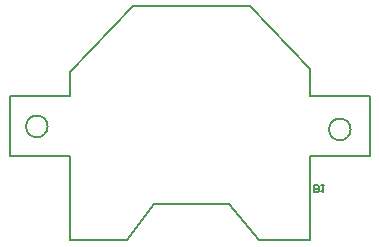
<source format=gbr>
%TF.GenerationSoftware,Altium Limited,Altium Designer,18.0.11 (651)*%
G04 Layer_Color=11065270*
%FSLAX43Y43*%
%MOMM*%
%TF.FileFunction,Legend,Bot*%
%TF.Part,Single*%
G01*
G75*
%TA.AperFunction,NonConductor*%
%ADD43C,0.127*%
%ADD44C,0.150*%
D43*
X-12088Y-5000D02*
G03*
X-12088Y-5000I-916J0D01*
G01*
X13566Y-5254D02*
G03*
X13566Y-5254I-916J0D01*
G01*
X-15290Y-2460D02*
X-10210D01*
Y-428D01*
X-4876Y5160D01*
X5030D01*
X10110Y-174D01*
Y-2460D02*
Y-174D01*
Y-2460D02*
X15190D01*
Y-7540D02*
Y-2460D01*
X10110Y-7540D02*
X15190D01*
X10110Y-14652D02*
Y-7540D01*
X5792Y-14652D02*
X10110D01*
X3252Y-11604D02*
X5792Y-14652D01*
X-3098Y-11604D02*
X3252D01*
X-5384Y-14652D02*
X-3098Y-11604D01*
X-10210Y-14652D02*
X-5384D01*
X-10210D02*
Y-7540D01*
X-15290D02*
X-10210D01*
X-15290D02*
Y-2460D01*
D44*
X10500Y-10600D02*
Y-10000D01*
X10800D01*
X10900Y-10100D01*
Y-10200D01*
X10800Y-10300D01*
X10500D01*
X10800D01*
X10900Y-10400D01*
Y-10500D01*
X10800Y-10600D01*
X10500D01*
X11100Y-10000D02*
X11300D01*
X11200D01*
Y-10600D01*
X11100Y-10500D01*
%TF.MD5,3bc168db2f8043a66abbf238afc1c9af*%
M02*

</source>
